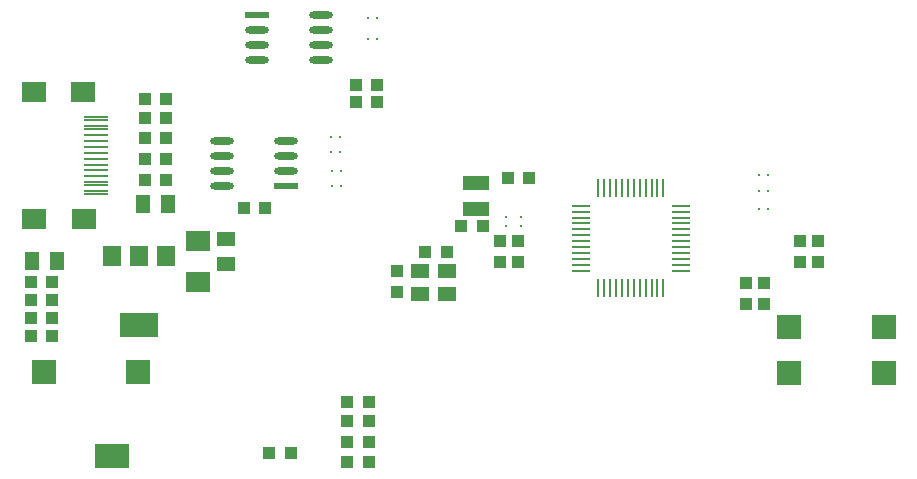
<source format=gtp>
G04 Layer_Color=8421504*
%FSLAX44Y44*%
%MOMM*%
G71*
G01*
G75*
%ADD10R,2.0000X0.2500*%
%ADD11R,2.0000X1.8000*%
%ADD12R,3.0000X2.0000*%
%ADD13R,1.0000X1.0000*%
%ADD14R,1.0000X1.0000*%
%ADD15R,2.0000X2.0000*%
%ADD16R,1.5000X1.2000*%
%ADD17O,2.0000X0.6000*%
%ADD18R,2.0000X0.6000*%
%ADD19R,1.2000X1.6300*%
%ADD20R,3.2000X2.0000*%
%ADD21R,1.5000X1.8000*%
%ADD22R,1.6000X0.2500*%
%ADD23R,0.2500X1.6000*%
%ADD24O,0.2000X0.3000*%
%ADD25O,0.3000X0.2000*%
%ADD26R,1.6300X1.2000*%
%ADD27R,2.2000X1.2000*%
D10*
X68150Y-98290D02*
D03*
Y-105790D02*
D03*
Y-118290D02*
D03*
Y-128290D02*
D03*
Y-133290D02*
D03*
Y-143290D02*
D03*
Y-155790D02*
D03*
Y-163290D02*
D03*
Y-160790D02*
D03*
Y-148290D02*
D03*
Y-153290D02*
D03*
Y-138290D02*
D03*
Y-123290D02*
D03*
Y-113290D02*
D03*
Y-108290D02*
D03*
Y-100790D02*
D03*
D11*
X15064Y-77160D02*
D03*
X56864D02*
D03*
X57436Y-184420D02*
D03*
X15064D02*
D03*
X154432Y-203200D02*
D03*
Y-237490D02*
D03*
D12*
X81280Y-384810D02*
D03*
D13*
X214660Y-382270D02*
D03*
X232630D02*
D03*
X434310Y-149860D02*
D03*
X416340D02*
D03*
X298670Y-373380D02*
D03*
X280700D02*
D03*
Y-389890D02*
D03*
X298670D02*
D03*
X377220Y-190500D02*
D03*
X395190D02*
D03*
X30450Y-283210D02*
D03*
X12480D02*
D03*
X298670Y-355600D02*
D03*
X280700D02*
D03*
Y-339090D02*
D03*
X298670D02*
D03*
X127220Y-133350D02*
D03*
X109250D02*
D03*
X127220Y-115570D02*
D03*
X109250D02*
D03*
X193070Y-175260D02*
D03*
X211040D02*
D03*
X109250Y-99060D02*
D03*
X127220D02*
D03*
X109250Y-151130D02*
D03*
X127220D02*
D03*
X30700Y-252730D02*
D03*
X12730D02*
D03*
Y-267970D02*
D03*
X30700D02*
D03*
X306040Y-71120D02*
D03*
X288070D02*
D03*
X306040Y-85090D02*
D03*
X288070D02*
D03*
X346740Y-212090D02*
D03*
X364710D02*
D03*
X30450Y-237490D02*
D03*
X12480D02*
D03*
X109250Y-82550D02*
D03*
X127220D02*
D03*
D14*
X425450Y-203230D02*
D03*
Y-221200D02*
D03*
X410210Y-203230D02*
D03*
Y-221200D02*
D03*
X633730Y-238790D02*
D03*
Y-256760D02*
D03*
X618490Y-238790D02*
D03*
Y-256760D02*
D03*
X322580Y-228630D02*
D03*
Y-246600D02*
D03*
X664210Y-203200D02*
D03*
Y-221170D02*
D03*
X679450Y-203230D02*
D03*
Y-221200D02*
D03*
D15*
X734690Y-314960D02*
D03*
X654690D02*
D03*
X734690Y-275590D02*
D03*
X654690D02*
D03*
X103500Y-313690D02*
D03*
X23500D02*
D03*
D16*
X342392Y-248158D02*
D03*
Y-228854D02*
D03*
X364998D02*
D03*
Y-248158D02*
D03*
D17*
X174930Y-118110D02*
D03*
Y-130810D02*
D03*
Y-143510D02*
D03*
Y-156210D02*
D03*
X228930Y-118110D02*
D03*
Y-130810D02*
D03*
Y-143510D02*
D03*
X258140Y-49530D02*
D03*
Y-36830D02*
D03*
Y-24130D02*
D03*
Y-11430D02*
D03*
X204140Y-49530D02*
D03*
Y-36830D02*
D03*
Y-24130D02*
D03*
D18*
X228930Y-156210D02*
D03*
X204140Y-11430D02*
D03*
D19*
X128610Y-171450D02*
D03*
X107610D02*
D03*
X34630Y-219710D02*
D03*
X13630D02*
D03*
D20*
X104140Y-274110D02*
D03*
D21*
X127140Y-216110D02*
D03*
X104140D02*
D03*
X81140D02*
D03*
D22*
X563200Y-178160D02*
D03*
X563200Y-183160D02*
D03*
X563200Y-188160D02*
D03*
X563200Y-193160D02*
D03*
X563200Y-198160D02*
D03*
X563200Y-203160D02*
D03*
X563200Y-208160D02*
D03*
X563200Y-213160D02*
D03*
X563200Y-218160D02*
D03*
X563200Y-223160D02*
D03*
X563200Y-228160D02*
D03*
X478200D02*
D03*
X478200Y-223160D02*
D03*
X478200Y-218160D02*
D03*
X478200Y-213160D02*
D03*
X478200Y-208160D02*
D03*
X478200Y-203160D02*
D03*
X478200Y-198160D02*
D03*
X478200Y-193160D02*
D03*
X478200Y-188160D02*
D03*
X478200Y-183160D02*
D03*
X478200Y-178160D02*
D03*
X563200Y-173160D02*
D03*
X478200D02*
D03*
D23*
X493200Y-243160D02*
D03*
Y-158160D02*
D03*
X498200Y-243160D02*
D03*
X503200Y-243160D02*
D03*
X508200Y-243160D02*
D03*
X513200Y-243160D02*
D03*
X518200Y-243160D02*
D03*
X523200Y-243160D02*
D03*
X528200Y-243160D02*
D03*
X533200Y-243160D02*
D03*
X538200Y-243160D02*
D03*
X543200Y-243160D02*
D03*
X548200Y-243160D02*
D03*
Y-158160D02*
D03*
X543200Y-158160D02*
D03*
X538200Y-158160D02*
D03*
X533200Y-158160D02*
D03*
X528200Y-158160D02*
D03*
X523200Y-158160D02*
D03*
X518200Y-158160D02*
D03*
X513200Y-158160D02*
D03*
X508200Y-158160D02*
D03*
X503200Y-158160D02*
D03*
X498200Y-158160D02*
D03*
D24*
X274701Y-115063D02*
D03*
X267232D02*
D03*
X274701Y-127762D02*
D03*
X267232D02*
D03*
X275082Y-156719D02*
D03*
X267614D02*
D03*
X275082Y-144018D02*
D03*
X267614D02*
D03*
X629158Y-161036D02*
D03*
X636626D02*
D03*
X629158Y-147066D02*
D03*
X636626D02*
D03*
X629158Y-176276D02*
D03*
X636626D02*
D03*
X305562Y-32004D02*
D03*
X298094D02*
D03*
X305562Y-14224D02*
D03*
X298094D02*
D03*
D25*
X427736Y-189992D02*
D03*
Y-182524D02*
D03*
X415036Y-189992D02*
D03*
Y-182524D02*
D03*
D26*
X177800Y-201590D02*
D03*
Y-222590D02*
D03*
D27*
X389980Y-176100D02*
D03*
Y-154100D02*
D03*
M02*

</source>
